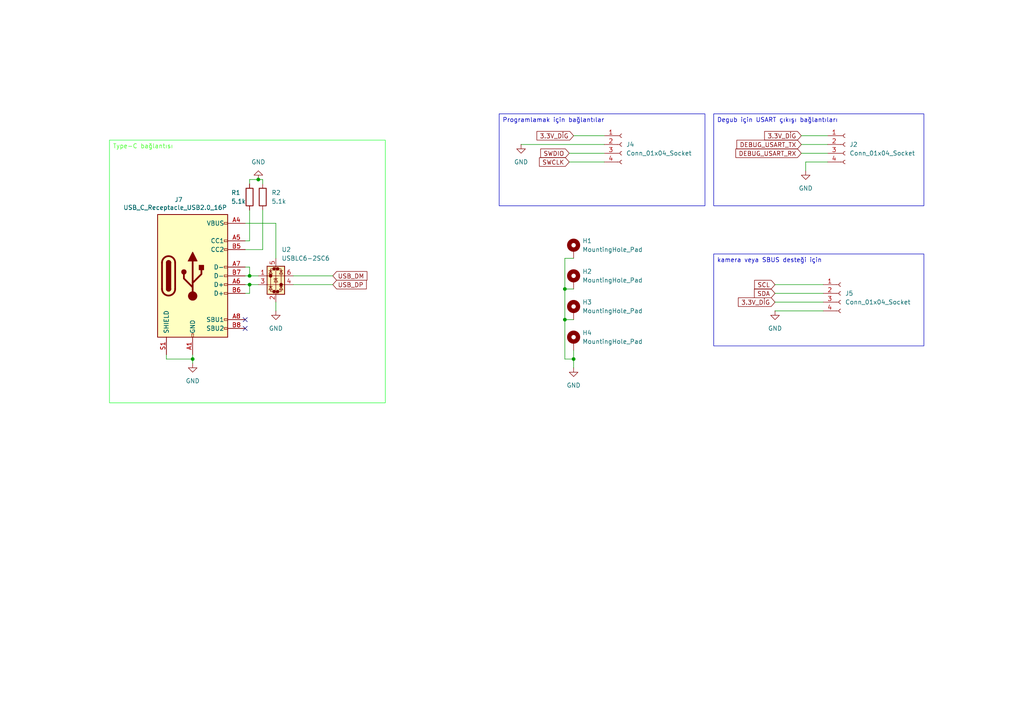
<source format=kicad_sch>
(kicad_sch (version 20250114) (generator "eeschema") (generator_version "9.0")
  (paper "A4")
  (lib_symbols
    (symbol "Connector:Conn_01x04_Socket" (pin_names (offset 1.016) (hide yes))
      (property "Reference" "J" (at 0 5.08 0))
      (property "Value" "Conn_01x04_Socket" (at 0 -7.62 0))
      (symbol "Conn_01x04_Socket_1_1"
        (polyline (pts (xy -1.27 2.54) (xy -0.508 2.54)) (stroke (width 0.1524)))
        (polyline (pts (xy -1.27 0) (xy -0.508 0)) (stroke (width 0.1524)))
        (polyline (pts (xy -1.27 -2.54) (xy -0.508 -2.54)) (stroke (width 0.1524)))
        (polyline (pts (xy -1.27 -5.08) (xy -0.508 -5.08)) (stroke (width 0.1524)))
        (arc (start 0 2.032) (mid -0.5058 2.54) (end 0 3.048) (stroke (width 0.1524)))
        (arc (start 0 -0.508) (mid -0.5058 0) (end 0 0.508) (stroke (width 0.1524)))
        (arc (start 0 -3.048) (mid -0.5058 -2.54) (end 0 -2.032) (stroke (width 0.1524)))
        (arc (start 0 -5.588) (mid -0.5058 -5.08) (end 0 -4.572) (stroke (width 0.1524)))
        (pin passive line (at -5.08 2.54 0) (length 3.81) (name "Pin_1") (number "1"))
        (pin passive line (at -5.08 0 0) (length 3.81) (name "Pin_2") (number "2"))
        (pin passive line (at -5.08 -2.54 0) (length 3.81) (name "Pin_3") (number "3"))
        (pin passive line (at -5.08 -5.08 0) (length 3.81) (name "Pin_4") (number "4"))
      )
    )
    (symbol "Connector:USB_C_Receptacle_USB2.0_16P" (pin_names (offset 1.016))
      (property "Reference" "J" (at 0 22.225 0))
      (property "Value" "USB_C_Receptacle_USB2.0_16P" (at 0 19.685 0))
      (symbol "USB_C_Receptacle_USB2.0_16P_0_0"
        (rectangle (start -0.254 -17.78) (end 0.254 -16.764))
        (rectangle (start 10.16 15.494) (end 9.144 14.986))
        (rectangle (start 10.16 10.414) (end 9.144 9.906))
        (rectangle (start 10.16 7.874) (end 9.144 7.366))
        (rectangle (start 10.16 2.794) (end 9.144 2.286))
        (rectangle (start 10.16 0.254) (end 9.144 -0.254))
        (rectangle (start 10.16 -2.286) (end 9.144 -2.794))
        (rectangle (start 10.16 -4.826) (end 9.144 -5.334))
        (rectangle (start 10.16 -12.446) (end 9.144 -12.954))
        (rectangle (start 10.16 -14.986) (end 9.144 -15.494))
      )
      (symbol "USB_C_Receptacle_USB2.0_16P_0_1"
        (rectangle (start -10.16 17.78) (end 10.16 -17.78) (stroke (width 0.254)) (fill (type background)))
        (polyline (pts (xy -8.89 -3.81) (xy -8.89 3.81)) (stroke (width 0.508)))
        (rectangle (start -7.62 -3.81) (end -6.35 3.81) (stroke (width 0.254)) (fill (type outline)))
        (arc (start -7.62 3.81) (mid -6.985 4.4423) (end -6.35 3.81) (stroke (width 0.254)))
        (arc (start -7.62 3.81) (mid -6.985 4.4423) (end -6.35 3.81) (stroke (width 0.254)) (fill (type outline)))
        (arc (start -8.89 3.81) (mid -6.985 5.7067) (end -5.08 3.81) (stroke (width 0.508)))
        (arc (start -5.08 -3.81) (mid -6.985 -5.7067) (end -8.89 -3.81) (stroke (width 0.508)))
        (arc (start -6.35 -3.81) (mid -6.985 -4.4423) (end -7.62 -3.81) (stroke (width 0.254)))
        (arc (start -6.35 -3.81) (mid -6.985 -4.4423) (end -7.62 -3.81) (stroke (width 0.254)) (fill (type outline)))
        (polyline (pts (xy -5.08 3.81) (xy -5.08 -3.81)) (stroke (width 0.508)))
        (circle (center -2.54 1.143) (radius 0.635) (stroke (width 0.254)) (fill (type outline)))
        (polyline (pts (xy -1.27 4.318) (xy 0 6.858) (xy 1.27 4.318) (xy -1.27 4.318)) (stroke (width 0.254)) (fill (type outline)))
        (polyline (pts (xy 0 -2.032) (xy 2.54 0.508) (xy 2.54 1.778)) (stroke (width 0.508)))
        (polyline (pts (xy 0 -3.302) (xy -2.54 -0.762) (xy -2.54 0.508)) (stroke (width 0.508)))
        (polyline (pts (xy 0 -5.842) (xy 0 4.318)) (stroke (width 0.508)))
        (circle (center 0 -5.842) (radius 1.27) (fill (type outline)))
        (rectangle (start 1.905 1.778) (end 3.175 3.048) (stroke (width 0.254)) (fill (type outline)))
      )
      (symbol "USB_C_Receptacle_USB2.0_16P_1_1"
        (pin passive line (at -7.62 -22.86 90) (length 5.08) (name "SHIELD") (number "S1"))
        (pin passive line (at 0 -22.86 90) (length 5.08) (name "GND") (number "A1"))
        (pin passive line (at 0 -22.86 90) (length 5.08) (hide yes) (name "GND") (number "A12"))
        (pin passive line (at 0 -22.86 90) (length 5.08) (hide yes) (name "GND") (number "B1"))
        (pin passive line (at 0 -22.86 90) (length 5.08) (hide yes) (name "GND") (number "B12"))
        (pin passive line (at 15.24 15.24 180) (length 5.08) (name "VBUS") (number "A4"))
        (pin passive line (at 15.24 15.24 180) (length 5.08) (hide yes) (name "VBUS") (number "A9"))
        (pin passive line (at 15.24 15.24 180) (length 5.08) (hide yes) (name "VBUS") (number "B4"))
        (pin passive line (at 15.24 15.24 180) (length 5.08) (hide yes) (name "VBUS") (number "B9"))
        (pin bidirectional line (at 15.24 10.16 180) (length 5.08) (name "CC1") (number "A5"))
        (pin bidirectional line (at 15.24 7.62 180) (length 5.08) (name "CC2") (number "B5"))
        (pin bidirectional line (at 15.24 2.54 180) (length 5.08) (name "D-") (number "A7"))
        (pin bidirectional line (at 15.24 0 180) (length 5.08) (name "D-") (number "B7"))
        (pin bidirectional line (at 15.24 -2.54 180) (length 5.08) (name "D+") (number "A6"))
        (pin bidirectional line (at 15.24 -5.08 180) (length 5.08) (name "D+") (number "B6"))
        (pin bidirectional line (at 15.24 -12.7 180) (length 5.08) (name "SBU1") (number "A8"))
        (pin bidirectional line (at 15.24 -15.24 180) (length 5.08) (name "SBU2") (number "B8"))
      )
    )
    (symbol "Device:R" (pin_numbers (hide yes)) (pin_names (offset 0))
      (property "Reference" "R" (at 2.032 0 90))
      (property "Value" "R" (at 0 0 90))
      (symbol "R_0_1"
        (rectangle (start -1.016 -2.54) (end 1.016 2.54) (stroke (width 0.254)))
      )
      (symbol "R_1_1"
        (pin passive line (at 0 3.81 270) (length 1.27) (name "~") (number "1"))
        (pin passive line (at 0 -3.81 90) (length 1.27) (name "~") (number "2"))
      )
    )
    (symbol "Mechanical:MountingHole_Pad" (pin_numbers (hide yes)) (pin_names (offset 1.016) (hide yes)) (in_bom no)
      (property "Reference" "H" (at 0 6.35 0))
      (property "Value" "MountingHole_Pad" (at 0 4.445 0))
      (symbol "MountingHole_Pad_0_1"
        (circle (center 0 1.27) (radius 1.27) (stroke (width 1.27)))
      )
      (symbol "MountingHole_Pad_1_1"
        (pin input line (at 0 -2.54 90) (length 2.54) (name "1") (number "1"))
      )
    )
    (symbol "Power_Protection:USBLC6-2SC6" (pin_names (hide yes))
      (property "Reference" "U" (at 0.635 5.715 0))
      (property "Value" "USBLC6-2SC6" (at 0.635 3.81 0))
      (symbol "USBLC6-2SC6_0_0"
        (circle (center -1.524 0) (radius 0.0001) (stroke (width 0.508)))
        (circle (center -0.508 2.032) (radius 0.0001) (stroke (width 0.508)))
        (circle (center -0.508 -4.572) (radius 0.0001) (stroke (width 0.508)))
        (circle (center 0.508 2.032) (radius 0.0001) (stroke (width 0.508)))
        (circle (center 0.508 -4.572) (radius 0.0001) (stroke (width 0.508)))
        (circle (center 1.524 -2.54) (radius 0.0001) (stroke (width 0.508)))
      )
      (symbol "USBLC6-2SC6_0_1"
        (polyline (pts (xy -2.54 0) (xy 2.54 0)))
        (polyline (pts (xy -2.54 -2.54) (xy 2.54 -2.54)))
        (polyline (pts (xy -2.032 0.508) (xy -1.016 0.508) (xy -1.524 1.524) (xy -2.032 0.508)))
        (polyline (pts (xy -2.032 -3.048) (xy -1.016 -3.048)))
        (polyline (pts (xy -1.016 1.524) (xy -2.032 1.524)))
        (polyline (pts (xy -1.016 -4.064) (xy -2.032 -4.064) (xy -1.524 -3.048) (xy -1.016 -4.064)))
        (polyline (pts (xy -0.508 -1.143) (xy -0.508 -0.762) (xy 0.508 -0.762)))
        (polyline (pts (xy 0 2.54) (xy -0.508 2.032) (xy 0.508 2.032) (xy 0 1.524) (xy 0 -4.064) (xy -0.508 -4.572) (xy 0.508 -4.572) (xy 0 -5.08)))
        (polyline (pts (xy 0.508 -1.778) (xy -0.508 -1.778) (xy 0 -0.762) (xy 0.508 -1.778)))
        (polyline (pts (xy 1.016 1.524) (xy 2.032 1.524)))
        (polyline (pts (xy 1.016 -3.048) (xy 2.032 -3.048)))
        (polyline (pts (xy 2.032 0.508) (xy 1.016 0.508) (xy 1.524 1.524) (xy 2.032 0.508)))
        (polyline (pts (xy 2.032 -4.064) (xy 1.016 -4.064) (xy 1.524 -3.048) (xy 2.032 -4.064)))
      )
      (symbol "USBLC6-2SC6_1_1"
        (rectangle (start -2.54 2.794) (end 2.54 -5.334) (stroke (width 0.254)) (fill (type background)))
        (polyline (pts (xy -0.508 2.032) (xy -1.524 2.032) (xy -1.524 -4.572) (xy -0.508 -4.572)))
        (polyline (pts (xy 0.508 -4.572) (xy 1.524 -4.572) (xy 1.524 2.032) (xy 0.508 2.032)))
        (pin passive line (at -5.08 0 0) (length 2.54) (name "I/O1") (number "1"))
        (pin passive line (at -5.08 -2.54 0) (length 2.54) (name "I/O2") (number "3"))
        (pin passive line (at 0 5.08 270) (length 2.54) (name "VBUS") (number "5"))
        (pin passive line (at 0 -7.62 90) (length 2.54) (name "GND") (number "2"))
        (pin passive line (at 5.08 0 180) (length 2.54) (name "I/O1") (number "6"))
        (pin passive line (at 5.08 -2.54 180) (length 2.54) (name "I/O2") (number "4"))
      )
    )
    (symbol "power:GND" (power) (pin_numbers (hide yes)) (pin_names (offset 0) (hide yes))
      (property "Value" "GND" (at 0 -3.81 0))
      (symbol "GND_0_1"
        (polyline (pts (xy 0 0) (xy 0 -1.27) (xy 1.27 -1.27) (xy 0 -2.54) (xy -1.27 -1.27) (xy 0 -1.27)))
      )
      (symbol "GND_1_1"
        (pin power_in line (at 0 0 270) (length 0) (name "~") (number "1"))
      )
    )
  )
  (text_box "Degub için USART çıkışı bağlantıları\n" (at 207.01 33.02 0) (size 60.96 26.67) (margins 0.9525 0.9525 0.9525 0.9525) (effects (font (size 1.27 1.27)) (justify left top)))
  (text_box "kamera veya SBUS desteği için\n\n" (at 207.01 73.66 0) (size 60.96 26.67) (margins 0.9525 0.9525 0.9525 0.9525) (effects (font (size 1.27 1.27)) (justify left top)))
  (text_box "Programlamak için bağlantılar" (at 144.78 33.02 0) (size 59.69 26.67) (margins 0.9525 0.9525 0.9525 0.9525) (effects (font (size 1.27 1.27)) (justify left top)))
  (text_box "Type-C bağlantısı" (at 31.75 40.64 0) (size 80.01 76.2) (margins 0.9525 0.9525 0.9525 0.9525) (stroke (width 0) (color 30 255 49 1)) (effects (font (size 1.27 1.27)) (justify left top)))
  (junction (at 55.88 104.14))
  (junction (at 163.83 83.82))
  (junction (at 72.39 80.01))
  (junction (at 166.37 104.14))
  (junction (at 74.93 52.07))
  (junction (at 163.83 92.71))
  (junction (at 72.39 82.55))
  (no_connect (at 71.12 92.71))
  (no_connect (at 71.12 95.25))
  (wire (pts (xy 72.39 52.07) (xy 72.39 53.34)))
  (wire (pts (xy 71.12 85.09) (xy 72.39 85.09)))
  (wire (pts (xy 163.83 92.71) (xy 163.83 104.14)))
  (wire (pts (xy 80.01 64.77) (xy 80.01 74.93)))
  (wire (pts (xy 166.37 101.6) (xy 166.37 104.14)))
  (wire (pts (xy 55.88 102.87) (xy 55.88 104.14)))
  (wire (pts (xy 71.12 80.01) (xy 72.39 80.01)))
  (wire (pts (xy 85.09 82.55) (xy 96.52 82.55)))
  (wire (pts (xy 166.37 83.82) (xy 163.83 83.82)))
  (wire (pts (xy 151.13 41.91) (xy 175.26 41.91)))
  (wire (pts (xy 48.26 104.14) (xy 55.88 104.14)))
  (wire (pts (xy 76.2 72.39) (xy 71.12 72.39)))
  (wire (pts (xy 71.12 77.47) (xy 72.39 77.47)))
  (wire (pts (xy 232.41 41.91) (xy 240.03 41.91)))
  (wire (pts (xy 76.2 53.34) (xy 76.2 52.07)))
  (wire (pts (xy 232.41 39.37) (xy 240.03 39.37)))
  (wire (pts (xy 166.37 104.14) (xy 166.37 106.68)))
  (wire (pts (xy 163.83 83.82) (xy 163.83 92.71)))
  (wire (pts (xy 76.2 52.07) (xy 74.93 52.07)))
  (wire (pts (xy 76.2 60.96) (xy 76.2 72.39)))
  (wire (pts (xy 80.01 87.63) (xy 80.01 90.17)))
  (wire (pts (xy 74.93 52.07) (xy 72.39 52.07)))
  (wire (pts (xy 224.79 90.17) (xy 238.76 90.17)))
  (wire (pts (xy 232.41 44.45) (xy 240.03 44.45)))
  (wire (pts (xy 165.1 44.45) (xy 175.26 44.45)))
  (wire (pts (xy 85.09 80.01) (xy 96.52 80.01)))
  (wire (pts (xy 224.79 85.09) (xy 238.76 85.09)))
  (wire (pts (xy 71.12 82.55) (xy 72.39 82.55)))
  (wire (pts (xy 72.39 77.47) (xy 72.39 80.01)))
  (wire (pts (xy 71.12 64.77) (xy 80.01 64.77)))
  (wire (pts (xy 48.26 102.87) (xy 48.26 104.14)))
  (wire (pts (xy 55.88 104.14) (xy 55.88 105.41)))
  (wire (pts (xy 224.79 87.63) (xy 238.76 87.63)))
  (wire (pts (xy 166.37 39.37) (xy 175.26 39.37)))
  (wire (pts (xy 72.39 60.96) (xy 72.39 69.85)))
  (wire (pts (xy 72.39 85.09) (xy 72.39 82.55)))
  (wire (pts (xy 72.39 80.01) (xy 74.93 80.01)))
  (wire (pts (xy 233.68 46.99) (xy 240.03 46.99)))
  (wire (pts (xy 224.79 82.55) (xy 238.76 82.55)))
  (wire (pts (xy 165.1 46.99) (xy 175.26 46.99)))
  (wire (pts (xy 72.39 69.85) (xy 71.12 69.85)))
  (wire (pts (xy 163.83 104.14) (xy 166.37 104.14)))
  (wire (pts (xy 163.83 74.93) (xy 163.83 83.82)))
  (wire (pts (xy 166.37 74.93) (xy 163.83 74.93)))
  (wire (pts (xy 72.39 82.55) (xy 74.93 82.55)))
  (wire (pts (xy 233.68 49.53) (xy 233.68 46.99)))
  (wire (pts (xy 166.37 92.71) (xy 163.83 92.71)))
  (global_label "USB_DM" (shape input) (at 96.52 80.01 0) (property "Intersheetrefs" "${INTERSHEET_REFS}" (effects (hide yes))))
  (global_label "USB_DP" (shape input) (at 96.52 82.55 0) (property "Intersheetrefs" "${INTERSHEET_REFS}" (effects (hide yes))))
  (global_label "3.3V_DİG" (shape input) (at 166.37 39.37 180) (property "Intersheetrefs" "${INTERSHEET_REFS}" (effects (hide yes))))
  (global_label "3.3V_DİG" (shape input) (at 232.41 39.37 180) (property "Intersheetrefs" "${INTERSHEET_REFS}" (effects (hide yes))))
  (global_label "DEBUG_USART_RX" (shape input) (at 232.41 44.45 180) (property "Intersheetrefs" "${INTERSHEET_REFS}" (effects (hide yes))))
  (global_label "3.3V_DİG" (shape input) (at 224.79 87.63 180) (property "Intersheetrefs" "${INTERSHEET_REFS}" (effects (hide yes))))
  (global_label "SDA" (shape input) (at 224.79 85.09 180) (property "Intersheetrefs" "${INTERSHEET_REFS}" (effects (hide yes))))
  (global_label "SWDIO" (shape input) (at 165.1 44.45 180) (property "Intersheetrefs" "${INTERSHEET_REFS}" (effects (hide yes))))
  (global_label "DEBUG_USART_TX" (shape input) (at 232.41 41.91 180) (property "Intersheetrefs" "${INTERSHEET_REFS}" (effects (hide yes))))
  (global_label "SWCLK" (shape input) (at 165.1 46.99 180) (property "Intersheetrefs" "${INTERSHEET_REFS}" (effects (hide yes))))
  (global_label "SCL" (shape input) (at 224.79 82.55 180) (property "Intersheetrefs" "${INTERSHEET_REFS}" (effects (hide yes))))
  (symbol (lib_id "power:GND") (at 74.93 52.07 180) (unit 1)
    (property "Reference" "#PWR06" (effects (hide yes)))
    (property "Value" "GND" (at 74.93 46.99 0))
    (property "Description" "Power symbol creates a global label with name \"GND\" , ground" (effects (hide yes)))
  )
  (symbol (lib_id "power:GND") (at 80.01 90.17 0) (unit 1)
    (property "Reference" "#PWR053" (effects (hide yes)))
    (property "Value" "GND" (at 80.01 95.25 0))
    (property "Description" "Power symbol creates a global label with name \"GND\" , ground" (effects (hide yes)))
  )
  (symbol (lib_id "Device:R") (at 76.2 57.15 0) (unit 1)
    (property "Reference" "R2" (at 78.74 55.8799 0) (effects (justify left)))
    (property "Value" "5.1k" (at 78.74 58.4199 0) (effects (justify left)))
    (property "Footprint" "Resistor_SMD:R_0402_1005Metric" (effects (hide yes)))
    (property "Description" "Resistor" (effects (hide yes)))
  )
  (symbol (lib_id "Mechanical:MountingHole_Pad") (at 166.37 99.06 0) (unit 1) (in_bom no)
    (property "Reference" "H4" (at 168.91 96.5199 0) (effects (justify left)))
    (property "Value" "MountingHole_Pad" (at 168.91 99.0599 0) (effects (justify left)))
    (property "Footprint" "MountingHole:MountingHole_3.2mm_M3_Pad_Via" (effects (hide yes)))
    (property "Description" "Mounting Hole with connection" (effects (hide yes)))
  )
  (symbol (lib_id "power:GND") (at 233.68 49.53 0) (unit 1)
    (property "Reference" "#PWR022" (effects (hide yes)))
    (property "Value" "GND" (at 233.68 54.61 0))
    (property "Description" "Power symbol creates a global label with name \"GND\" , ground" (effects (hide yes)))
  )
  (symbol (lib_id "Connector:Conn_01x04_Socket") (at 243.84 85.09 0) (unit 1)
    (property "Reference" "J5" (at 245.11 85.0899 0) (effects (justify left)))
    (property "Value" "Conn_01x04_Socket" (at 245.11 87.6299 0) (effects (justify left)))
    (property "Footprint" "Connector_JST:JST_SH_SM04B-SRSS-TB_1x04-1MP_P1.00mm_Horizontal" (effects (hide yes)))
    (property "Description" "Generic connector, single row, 01x04, script generated" (effects (hide yes)))
  )
  (symbol (lib_id "Connector:Conn_01x04_Socket") (at 245.11 41.91 0) (unit 1)
    (property "Reference" "J2" (at 246.38 41.9099 0) (effects (justify left)))
    (property "Value" "Conn_01x04_Socket" (at 246.38 44.4499 0) (effects (justify left)))
    (property "Footprint" "Connector_JST:JST_SH_SM04B-SRSS-TB_1x04-1MP_P1.00mm_Horizontal" (effects (hide yes)))
    (property "Description" "Generic connector, single row, 01x04, script generated" (effects (hide yes)))
  )
  (symbol (lib_id "Mechanical:MountingHole_Pad") (at 166.37 81.28 0) (unit 1) (in_bom no)
    (property "Reference" "H2" (at 168.91 78.7399 0) (effects (justify left)))
    (property "Value" "MountingHole_Pad" (at 168.91 81.2799 0) (effects (justify left)))
    (property "Footprint" "MountingHole:MountingHole_3.2mm_M3_Pad_Via" (effects (hide yes)))
    (property "Description" "Mounting Hole with connection" (effects (hide yes)))
  )
  (symbol (lib_id "power:GND") (at 224.79 90.17 0) (unit 1)
    (property "Reference" "#PWR019" (effects (hide yes)))
    (property "Value" "GND" (at 224.79 95.25 0))
    (property "Description" "Power symbol creates a global label with name \"GND\" , ground" (effects (hide yes)))
  )
  (symbol (lib_id "Connector:Conn_01x04_Socket") (at 180.34 41.91 0) (unit 1)
    (property "Reference" "J4" (at 181.61 41.9099 0) (effects (justify left)))
    (property "Value" "Conn_01x04_Socket" (at 181.61 44.4499 0) (effects (justify left)))
    (property "Footprint" "Connector_JST:JST_SH_SM04B-SRSS-TB_1x04-1MP_P1.00mm_Horizontal" (effects (hide yes)))
    (property "Description" "Generic connector, single row, 01x04, script generated" (effects (hide yes)))
  )
  (symbol (lib_id "Device:R") (at 72.39 57.15 0) (unit 1)
    (property "Reference" "R1" (at 67.056 55.88 0) (effects (justify left)))
    (property "Value" "5.1k" (at 67.056 58.42 0) (effects (justify left)))
    (property "Footprint" "Resistor_SMD:R_0402_1005Metric" (effects (hide yes)))
    (property "Description" "Resistor" (effects (hide yes)))
  )
  (symbol (lib_id "Mechanical:MountingHole_Pad") (at 166.37 90.17 0) (unit 1) (in_bom no)
    (property "Reference" "H3" (at 168.91 87.6299 0) (effects (justify left)))
    (property "Value" "MountingHole_Pad" (at 168.91 90.1699 0) (effects (justify left)))
    (property "Footprint" "MountingHole:MountingHole_3.2mm_M3_Pad_Via" (effects (hide yes)))
    (property "Description" "Mounting Hole with connection" (effects (hide yes)))
  )
  (symbol (lib_id "Connector:USB_C_Receptacle_USB2.0_16P") (at 55.88 80.01 0) (unit 1)
    (property "Reference" "J7" (at 51.816 57.912 0))
    (property "Value" "USB_C_Receptacle_USB2.0_16P" (at 50.8 60.198 0))
    (property "Footprint" "Connector_USB:USB_C_Receptacle_GCT_USB4105-xx-A_16P_TopMnt_Horizontal" (effects (hide yes)))
    (property "Datasheet" "https://www.usb.org/sites/default/files/documents/usb_type-c.zip" (effects (hide yes)))
    (property "Description" "USB 2.0-only 16P Type-C Receptacle connector" (effects (hide yes)))
  )
  (symbol (lib_id "power:GND") (at 55.88 105.41 0) (unit 1)
    (property "Reference" "#PWR03" (effects (hide yes)))
    (property "Value" "GND" (at 55.88 110.49 0))
    (property "Description" "Power symbol creates a global label with name \"GND\" , ground" (effects (hide yes)))
  )
  (symbol (lib_id "power:GND") (at 151.13 41.91 0) (unit 1)
    (property "Reference" "#PWR049" (effects (hide yes)))
    (property "Value" "GND" (at 151.13 46.99 0))
    (property "Description" "Power symbol creates a global label with name \"GND\" , ground" (effects (hide yes)))
  )
  (symbol (lib_id "power:GND") (at 166.37 106.68 0) (unit 1)
    (property "Reference" "#PWR015" (effects (hide yes)))
    (property "Value" "GND" (at 166.37 111.76 0))
    (property "Description" "Power symbol creates a global label with name \"GND\" , ground" (effects (hide yes)))
  )
  (symbol (lib_id "Power_Protection:USBLC6-2SC6") (at 80.01 80.01 0) (unit 1)
    (property "Reference" "U2" (at 81.6611 72.39 0) (effects (justify left)))
    (property "Value" "USBLC6-2SC6" (at 81.6611 74.93 0) (effects (justify left)))
    (property "Footprint" "Package_TO_SOT_SMD:SOT-23-6" (effects (hide yes)))
    (property "Datasheet" "https://www.st.com/resource/en/datasheet/usblc6-2.pdf" (effects (hide yes)))
    (property "Description" "Very low capacitance ESD protection diode, 2 data-line, SOT-23-6" (effects (hide yes)))
  )
  (symbol (lib_id "Mechanical:MountingHole_Pad") (at 166.37 72.39 0) (unit 1) (in_bom no)
    (property "Reference" "H1" (at 168.91 69.8499 0) (effects (justify left)))
    (property "Value" "MountingHole_Pad" (at 168.91 72.3899 0) (effects (justify left)))
    (property "Footprint" "MountingHole:MountingHole_3.2mm_M3_Pad_Via" (effects (hide yes)))
    (property "Description" "Mounting Hole with connection" (effects (hide yes)))
  )
)
</source>
